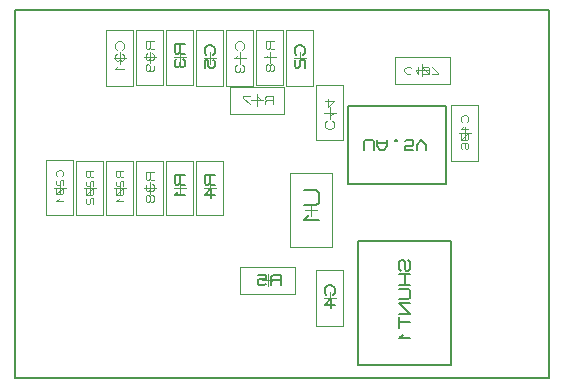
<source format=gbr>
G04 PROTEUS RS274X GERBER FILE*
%FSLAX45Y45*%
%MOMM*%
G01*
%ADD14C,0.203200*%
%ADD41C,0.138850*%
%ADD42C,0.050000*%
%ADD43C,0.095000*%
%ADD44C,0.093000*%
%ADD45C,0.141000*%
%ADD46C,0.116250*%
%ADD47C,0.118750*%
%ADD48C,0.150580*%
%ADD49C,0.208330*%
D14*
X-1016000Y+5019040D02*
X+3512000Y+5019040D01*
X+3512000Y+8128000D01*
X-1016000Y+8128000D01*
X-1016000Y+5019040D01*
X+1803400Y+6659880D02*
X+2636520Y+6659880D01*
X+2636520Y+7320280D01*
X+1803400Y+7320280D01*
X+1803400Y+6659880D01*
D41*
X+1942255Y+6948424D02*
X+1942255Y+7017851D01*
X+1956140Y+7031736D01*
X+2011681Y+7031736D01*
X+2025566Y+7017851D01*
X+2025566Y+6948424D01*
X+2053337Y+7031736D02*
X+2053337Y+6976195D01*
X+2081107Y+6948424D01*
X+2108878Y+6948424D01*
X+2136648Y+6976195D01*
X+2136648Y+7031736D01*
X+2053337Y+7003965D02*
X+2136648Y+7003965D01*
X+2206074Y+7017851D02*
X+2219960Y+7017851D01*
X+2219960Y+7031736D01*
X+2206074Y+7031736D01*
X+2206074Y+7017851D01*
X+2358812Y+6948424D02*
X+2289386Y+6948424D01*
X+2289386Y+6976195D01*
X+2344927Y+6976195D01*
X+2358812Y+6990080D01*
X+2358812Y+7017851D01*
X+2344927Y+7031736D01*
X+2303271Y+7031736D01*
X+2289386Y+7017851D01*
X+2386583Y+6948424D02*
X+2386583Y+6990080D01*
X+2428238Y+7031736D01*
X+2469894Y+6990080D01*
X+2469894Y+6948424D01*
D42*
X+2909000Y+7324000D02*
X+2909000Y+6854000D01*
X+2679000Y+6854000D01*
X+2679000Y+7324000D01*
X+2909000Y+7324000D01*
X+2744000Y+7089000D02*
X+2844000Y+7089000D01*
X+2794000Y+7039000D02*
X+2794000Y+7139000D01*
D43*
X+2813000Y+7184000D02*
X+2822500Y+7193500D01*
X+2822500Y+7222000D01*
X+2803500Y+7241000D01*
X+2784500Y+7241000D01*
X+2765500Y+7222000D01*
X+2765500Y+7193500D01*
X+2775000Y+7184000D01*
X+2784500Y+7146000D02*
X+2765500Y+7127000D01*
X+2822500Y+7127000D01*
X+2813000Y+7089000D02*
X+2775000Y+7089000D01*
X+2765500Y+7079500D01*
X+2765500Y+7041500D01*
X+2775000Y+7032000D01*
X+2813000Y+7032000D01*
X+2822500Y+7041500D01*
X+2822500Y+7079500D01*
X+2813000Y+7089000D01*
X+2822500Y+7089000D02*
X+2765500Y+7032000D01*
X+2775000Y+6956000D02*
X+2765500Y+6965500D01*
X+2765500Y+6994000D01*
X+2775000Y+7003500D01*
X+2813000Y+7003500D01*
X+2822500Y+6994000D01*
X+2822500Y+6965500D01*
X+2813000Y+6956000D01*
X+2803500Y+6956000D01*
X+2794000Y+6965500D01*
X+2794000Y+7003500D01*
D42*
X-12000Y+6852000D02*
X-12000Y+6392000D01*
X-242000Y+6392000D01*
X-242000Y+6852000D01*
X-12000Y+6852000D01*
X-177000Y+6622000D02*
X-77000Y+6622000D01*
X-127000Y+6572000D02*
X-127000Y+6672000D01*
D44*
X-99100Y+6770800D02*
X-154900Y+6770800D01*
X-154900Y+6724300D01*
X-145600Y+6715000D01*
X-136300Y+6715000D01*
X-127000Y+6724300D01*
X-127000Y+6770800D01*
X-127000Y+6724300D02*
X-117700Y+6715000D01*
X-99100Y+6715000D01*
X-145600Y+6687100D02*
X-154900Y+6677800D01*
X-154900Y+6649900D01*
X-145600Y+6640600D01*
X-136300Y+6640600D01*
X-127000Y+6649900D01*
X-127000Y+6677800D01*
X-117700Y+6687100D01*
X-99100Y+6687100D01*
X-99100Y+6640600D01*
X-108400Y+6622000D02*
X-145600Y+6622000D01*
X-154900Y+6612700D01*
X-154900Y+6575500D01*
X-145600Y+6566200D01*
X-108400Y+6566200D01*
X-99100Y+6575500D01*
X-99100Y+6612700D01*
X-108400Y+6622000D01*
X-99100Y+6622000D02*
X-154900Y+6566200D01*
X-136300Y+6529000D02*
X-154900Y+6510400D01*
X-99100Y+6510400D01*
D42*
X-496000Y+6392000D02*
X-496000Y+6852000D01*
X-266000Y+6852000D01*
X-266000Y+6392000D01*
X-496000Y+6392000D01*
X-331000Y+6622000D02*
X-431000Y+6622000D01*
X-381000Y+6672000D02*
X-381000Y+6572000D01*
D44*
X-353100Y+6770800D02*
X-408900Y+6770800D01*
X-408900Y+6724300D01*
X-399600Y+6715000D01*
X-390300Y+6715000D01*
X-381000Y+6724300D01*
X-381000Y+6770800D01*
X-381000Y+6724300D02*
X-371700Y+6715000D01*
X-353100Y+6715000D01*
X-399600Y+6687100D02*
X-408900Y+6677800D01*
X-408900Y+6649900D01*
X-399600Y+6640600D01*
X-390300Y+6640600D01*
X-381000Y+6649900D01*
X-381000Y+6677800D01*
X-371700Y+6687100D01*
X-353100Y+6687100D01*
X-353100Y+6640600D01*
X-362400Y+6622000D02*
X-399600Y+6622000D01*
X-408900Y+6612700D01*
X-408900Y+6575500D01*
X-399600Y+6566200D01*
X-362400Y+6566200D01*
X-353100Y+6575500D01*
X-353100Y+6612700D01*
X-362400Y+6622000D01*
X-353100Y+6622000D02*
X-408900Y+6566200D01*
X-399600Y+6538300D02*
X-408900Y+6529000D01*
X-408900Y+6501100D01*
X-399600Y+6491800D01*
X-390300Y+6491800D01*
X-381000Y+6501100D01*
X-381000Y+6529000D01*
X-371700Y+6538300D01*
X-353100Y+6538300D01*
X-353100Y+6491800D01*
D42*
X-750000Y+6392000D02*
X-750000Y+6862000D01*
X-520000Y+6862000D01*
X-520000Y+6392000D01*
X-750000Y+6392000D01*
X-585000Y+6627000D02*
X-685000Y+6627000D01*
X-635000Y+6677000D02*
X-635000Y+6577000D01*
D43*
X-616000Y+6722000D02*
X-606500Y+6731500D01*
X-606500Y+6760000D01*
X-625500Y+6779000D01*
X-644500Y+6779000D01*
X-663500Y+6760000D01*
X-663500Y+6731500D01*
X-654000Y+6722000D01*
X-654000Y+6693500D02*
X-663500Y+6684000D01*
X-663500Y+6655500D01*
X-654000Y+6646000D01*
X-644500Y+6646000D01*
X-635000Y+6655500D01*
X-635000Y+6684000D01*
X-625500Y+6693500D01*
X-606500Y+6693500D01*
X-606500Y+6646000D01*
X-616000Y+6627000D02*
X-654000Y+6627000D01*
X-663500Y+6617500D01*
X-663500Y+6579500D01*
X-654000Y+6570000D01*
X-616000Y+6570000D01*
X-606500Y+6579500D01*
X-606500Y+6617500D01*
X-616000Y+6627000D01*
X-606500Y+6627000D02*
X-663500Y+6570000D01*
X-644500Y+6532000D02*
X-663500Y+6513000D01*
X-606500Y+6513000D01*
D42*
X+520000Y+6392000D02*
X+520000Y+6852000D01*
X+750000Y+6852000D01*
X+750000Y+6392000D01*
X+520000Y+6392000D01*
X+685000Y+6622000D02*
X+585000Y+6622000D01*
X+635000Y+6672000D02*
X+635000Y+6572000D01*
D45*
X+677300Y+6734800D02*
X+592700Y+6734800D01*
X+592700Y+6664300D01*
X+606800Y+6650200D01*
X+620900Y+6650200D01*
X+635000Y+6664300D01*
X+635000Y+6734800D01*
X+635000Y+6664300D02*
X+649100Y+6650200D01*
X+677300Y+6650200D01*
X+649100Y+6537400D02*
X+649100Y+6622000D01*
X+592700Y+6565600D01*
X+677300Y+6565600D01*
D42*
X+895000Y+5957000D02*
X+1355000Y+5957000D01*
X+1355000Y+5727000D01*
X+895000Y+5727000D01*
X+895000Y+5957000D01*
X+1125000Y+5792000D02*
X+1125000Y+5892000D01*
X+1175000Y+5842000D02*
X+1075000Y+5842000D01*
D45*
X+1237800Y+5799700D02*
X+1237800Y+5884300D01*
X+1167300Y+5884300D01*
X+1153200Y+5870200D01*
X+1153200Y+5856100D01*
X+1167300Y+5842000D01*
X+1237800Y+5842000D01*
X+1167300Y+5842000D02*
X+1153200Y+5827900D01*
X+1153200Y+5799700D01*
X+1040400Y+5884300D02*
X+1110900Y+5884300D01*
X+1110900Y+5856100D01*
X+1054500Y+5856100D01*
X+1040400Y+5842000D01*
X+1040400Y+5813800D01*
X+1054500Y+5799700D01*
X+1096800Y+5799700D01*
X+1110900Y+5813800D01*
D42*
X+242000Y+6852000D02*
X+242000Y+6392000D01*
X+12000Y+6392000D01*
X+12000Y+6852000D01*
X+242000Y+6852000D01*
X+77000Y+6622000D02*
X+177000Y+6622000D01*
X+127000Y+6572000D02*
X+127000Y+6672000D01*
D46*
X+161875Y+6761500D02*
X+92125Y+6761500D01*
X+92125Y+6703375D01*
X+103750Y+6691750D01*
X+115375Y+6691750D01*
X+127000Y+6703375D01*
X+127000Y+6761500D01*
X+127000Y+6703375D02*
X+138625Y+6691750D01*
X+161875Y+6691750D01*
X+103750Y+6656875D02*
X+92125Y+6645250D01*
X+92125Y+6610375D01*
X+103750Y+6598750D01*
X+115375Y+6598750D01*
X+127000Y+6610375D01*
X+138625Y+6598750D01*
X+150250Y+6598750D01*
X+161875Y+6610375D01*
X+161875Y+6645250D01*
X+150250Y+6656875D01*
X+127000Y+6633625D02*
X+127000Y+6610375D01*
X+127000Y+6552250D02*
X+115375Y+6563875D01*
X+103750Y+6563875D01*
X+92125Y+6552250D01*
X+92125Y+6517375D01*
X+103750Y+6505750D01*
X+115375Y+6505750D01*
X+127000Y+6517375D01*
X+127000Y+6552250D01*
X+138625Y+6563875D01*
X+150250Y+6563875D01*
X+161875Y+6552250D01*
X+161875Y+6517375D01*
X+150250Y+6505750D01*
X+138625Y+6505750D01*
X+127000Y+6517375D01*
D42*
X+242000Y+7959000D02*
X+242000Y+7499000D01*
X+12000Y+7499000D01*
X+12000Y+7959000D01*
X+242000Y+7959000D01*
X+77000Y+7729000D02*
X+177000Y+7729000D01*
X+127000Y+7679000D02*
X+127000Y+7779000D01*
D46*
X+161875Y+7868500D02*
X+92125Y+7868500D01*
X+92125Y+7810375D01*
X+103750Y+7798750D01*
X+115375Y+7798750D01*
X+127000Y+7810375D01*
X+127000Y+7868500D01*
X+127000Y+7810375D02*
X+138625Y+7798750D01*
X+161875Y+7798750D01*
X+103750Y+7763875D02*
X+92125Y+7752250D01*
X+92125Y+7717375D01*
X+103750Y+7705750D01*
X+115375Y+7705750D01*
X+127000Y+7717375D01*
X+138625Y+7705750D01*
X+150250Y+7705750D01*
X+161875Y+7717375D01*
X+161875Y+7752250D01*
X+150250Y+7763875D01*
X+127000Y+7740625D02*
X+127000Y+7717375D01*
X+115375Y+7612750D02*
X+127000Y+7624375D01*
X+127000Y+7659250D01*
X+115375Y+7670875D01*
X+103750Y+7670875D01*
X+92125Y+7659250D01*
X+92125Y+7624375D01*
X+103750Y+7612750D01*
X+150250Y+7612750D01*
X+161875Y+7624375D01*
X+161875Y+7659250D01*
D42*
X-12000Y+7959000D02*
X-12000Y+7489000D01*
X-242000Y+7489000D01*
X-242000Y+7959000D01*
X-12000Y+7959000D01*
X-177000Y+7724000D02*
X-77000Y+7724000D01*
X-127000Y+7674000D02*
X-127000Y+7774000D01*
D47*
X-103250Y+7795250D02*
X-91375Y+7807125D01*
X-91375Y+7842750D01*
X-115125Y+7866500D01*
X-138875Y+7866500D01*
X-162625Y+7842750D01*
X-162625Y+7807125D01*
X-150750Y+7795250D01*
X-150750Y+7759625D02*
X-162625Y+7747750D01*
X-162625Y+7712125D01*
X-150750Y+7700250D01*
X-138875Y+7700250D01*
X-127000Y+7712125D01*
X-115125Y+7700250D01*
X-103250Y+7700250D01*
X-91375Y+7712125D01*
X-91375Y+7747750D01*
X-103250Y+7759625D01*
X-127000Y+7735875D02*
X-127000Y+7712125D01*
X-138875Y+7652750D02*
X-162625Y+7629000D01*
X-91375Y+7629000D01*
D42*
X+804000Y+7481000D02*
X+1264000Y+7481000D01*
X+1264000Y+7251000D01*
X+804000Y+7251000D01*
X+804000Y+7481000D01*
X+1034000Y+7316000D02*
X+1034000Y+7416000D01*
X+1084000Y+7366000D02*
X+984000Y+7366000D01*
D46*
X+1173500Y+7331125D02*
X+1173500Y+7400875D01*
X+1115375Y+7400875D01*
X+1103750Y+7389250D01*
X+1103750Y+7377625D01*
X+1115375Y+7366000D01*
X+1173500Y+7366000D01*
X+1115375Y+7366000D02*
X+1103750Y+7354375D01*
X+1103750Y+7331125D01*
X+1057250Y+7377625D02*
X+1034000Y+7400875D01*
X+1034000Y+7331125D01*
X+975875Y+7400875D02*
X+917750Y+7400875D01*
X+917750Y+7389250D01*
X+975875Y+7331125D01*
D42*
X+1258000Y+7959000D02*
X+1258000Y+7499000D01*
X+1028000Y+7499000D01*
X+1028000Y+7959000D01*
X+1258000Y+7959000D01*
X+1093000Y+7729000D02*
X+1193000Y+7729000D01*
X+1143000Y+7679000D02*
X+1143000Y+7779000D01*
D46*
X+1177875Y+7868500D02*
X+1108125Y+7868500D01*
X+1108125Y+7810375D01*
X+1119750Y+7798750D01*
X+1131375Y+7798750D01*
X+1143000Y+7810375D01*
X+1143000Y+7868500D01*
X+1143000Y+7810375D02*
X+1154625Y+7798750D01*
X+1177875Y+7798750D01*
X+1131375Y+7752250D02*
X+1108125Y+7729000D01*
X+1177875Y+7729000D01*
X+1143000Y+7659250D02*
X+1131375Y+7670875D01*
X+1119750Y+7670875D01*
X+1108125Y+7659250D01*
X+1108125Y+7624375D01*
X+1119750Y+7612750D01*
X+1131375Y+7612750D01*
X+1143000Y+7624375D01*
X+1143000Y+7659250D01*
X+1154625Y+7670875D01*
X+1166250Y+7670875D01*
X+1177875Y+7659250D01*
X+1177875Y+7624375D01*
X+1166250Y+7612750D01*
X+1154625Y+7612750D01*
X+1143000Y+7624375D01*
D42*
X+750000Y+7959000D02*
X+750000Y+7489000D01*
X+520000Y+7489000D01*
X+520000Y+7959000D01*
X+750000Y+7959000D01*
X+585000Y+7724000D02*
X+685000Y+7724000D01*
X+635000Y+7674000D02*
X+635000Y+7774000D01*
D45*
X+663200Y+7752200D02*
X+677300Y+7766300D01*
X+677300Y+7808600D01*
X+649100Y+7836800D01*
X+620900Y+7836800D01*
X+592700Y+7808600D01*
X+592700Y+7766300D01*
X+606800Y+7752200D01*
X+592700Y+7639400D02*
X+592700Y+7709900D01*
X+620900Y+7709900D01*
X+620900Y+7653500D01*
X+635000Y+7639400D01*
X+663200Y+7639400D01*
X+677300Y+7653500D01*
X+677300Y+7695800D01*
X+663200Y+7709900D01*
D42*
X+496000Y+6852000D02*
X+496000Y+6392000D01*
X+266000Y+6392000D01*
X+266000Y+6852000D01*
X+496000Y+6852000D01*
X+331000Y+6622000D02*
X+431000Y+6622000D01*
X+381000Y+6572000D02*
X+381000Y+6672000D01*
D45*
X+423300Y+6734800D02*
X+338700Y+6734800D01*
X+338700Y+6664300D01*
X+352800Y+6650200D01*
X+366900Y+6650200D01*
X+381000Y+6664300D01*
X+381000Y+6734800D01*
X+381000Y+6664300D02*
X+395100Y+6650200D01*
X+423300Y+6650200D01*
X+366900Y+6593800D02*
X+338700Y+6565600D01*
X+423300Y+6565600D01*
D42*
X+496000Y+7959000D02*
X+496000Y+7499000D01*
X+266000Y+7499000D01*
X+266000Y+7959000D01*
X+496000Y+7959000D01*
X+331000Y+7729000D02*
X+431000Y+7729000D01*
X+381000Y+7679000D02*
X+381000Y+7779000D01*
D45*
X+423300Y+7841800D02*
X+338700Y+7841800D01*
X+338700Y+7771300D01*
X+352800Y+7757200D01*
X+366900Y+7757200D01*
X+381000Y+7771300D01*
X+381000Y+7841800D01*
X+381000Y+7771300D02*
X+395100Y+7757200D01*
X+423300Y+7757200D01*
X+352800Y+7714900D02*
X+338700Y+7700800D01*
X+338700Y+7658500D01*
X+352800Y+7644400D01*
X+366900Y+7644400D01*
X+381000Y+7658500D01*
X+395100Y+7644400D01*
X+409200Y+7644400D01*
X+423300Y+7658500D01*
X+423300Y+7700800D01*
X+409200Y+7714900D01*
X+381000Y+7686700D02*
X+381000Y+7658500D01*
D14*
X+1894840Y+5124450D02*
X+2677160Y+5124450D01*
X+2677160Y+6178550D01*
X+1894840Y+6178550D01*
X+1894840Y+5124450D01*
D48*
X+2316117Y+6012904D02*
X+2331175Y+5997846D01*
X+2331175Y+5937612D01*
X+2316117Y+5922553D01*
X+2301058Y+5922553D01*
X+2286000Y+5937612D01*
X+2286000Y+5997846D01*
X+2270941Y+6012904D01*
X+2255883Y+6012904D01*
X+2240824Y+5997846D01*
X+2240824Y+5937612D01*
X+2255883Y+5922553D01*
X+2331175Y+5892436D02*
X+2240824Y+5892436D01*
X+2240824Y+5802085D02*
X+2331175Y+5802085D01*
X+2286000Y+5892436D02*
X+2286000Y+5802085D01*
X+2240824Y+5771968D02*
X+2316117Y+5771968D01*
X+2331175Y+5756910D01*
X+2331175Y+5696676D01*
X+2316117Y+5681617D01*
X+2240824Y+5681617D01*
X+2331175Y+5651500D02*
X+2240824Y+5651500D01*
X+2331175Y+5561149D01*
X+2240824Y+5561149D01*
X+2240824Y+5531032D02*
X+2240824Y+5440681D01*
X+2240824Y+5485857D02*
X+2331175Y+5485857D01*
X+2270941Y+5380447D02*
X+2240824Y+5350330D01*
X+2331175Y+5350330D01*
D42*
X+1314500Y+6128000D02*
X+1314500Y+6748000D01*
X+1674500Y+6748000D01*
X+1674500Y+6128000D01*
X+1314500Y+6128000D01*
X+1544500Y+6438000D02*
X+1444500Y+6438000D01*
X+1494500Y+6488000D02*
X+1494500Y+6388000D01*
D49*
X+1432000Y+6604666D02*
X+1536167Y+6604666D01*
X+1557000Y+6583833D01*
X+1557000Y+6500500D01*
X+1536167Y+6479667D01*
X+1432000Y+6479667D01*
X+1473667Y+6396334D02*
X+1432000Y+6354667D01*
X+1557000Y+6354667D01*
D42*
X+1512000Y+7959000D02*
X+1512000Y+7489000D01*
X+1282000Y+7489000D01*
X+1282000Y+7959000D01*
X+1512000Y+7959000D01*
X+1347000Y+7724000D02*
X+1447000Y+7724000D01*
X+1397000Y+7674000D02*
X+1397000Y+7774000D01*
D45*
X+1425200Y+7752200D02*
X+1439300Y+7766300D01*
X+1439300Y+7808600D01*
X+1411100Y+7836800D01*
X+1382900Y+7836800D01*
X+1354700Y+7808600D01*
X+1354700Y+7766300D01*
X+1368800Y+7752200D01*
X+1368800Y+7709900D02*
X+1354700Y+7695800D01*
X+1354700Y+7653500D01*
X+1368800Y+7639400D01*
X+1382900Y+7639400D01*
X+1397000Y+7653500D01*
X+1397000Y+7695800D01*
X+1411100Y+7709900D01*
X+1439300Y+7709900D01*
X+1439300Y+7639400D01*
D42*
X+1766000Y+5927000D02*
X+1766000Y+5457000D01*
X+1536000Y+5457000D01*
X+1536000Y+5927000D01*
X+1766000Y+5927000D01*
X+1601000Y+5692000D02*
X+1701000Y+5692000D01*
X+1651000Y+5642000D02*
X+1651000Y+5742000D01*
D45*
X+1679200Y+5720200D02*
X+1693300Y+5734300D01*
X+1693300Y+5776600D01*
X+1665100Y+5804800D01*
X+1636900Y+5804800D01*
X+1608700Y+5776600D01*
X+1608700Y+5734300D01*
X+1622800Y+5720200D01*
X+1665100Y+5607400D02*
X+1665100Y+5692000D01*
X+1608700Y+5635600D01*
X+1693300Y+5635600D01*
D42*
X+1004000Y+7959000D02*
X+1004000Y+7489000D01*
X+774000Y+7489000D01*
X+774000Y+7959000D01*
X+1004000Y+7959000D01*
X+839000Y+7724000D02*
X+939000Y+7724000D01*
X+889000Y+7674000D02*
X+889000Y+7774000D01*
D47*
X+912750Y+7795250D02*
X+924625Y+7807125D01*
X+924625Y+7842750D01*
X+900875Y+7866500D01*
X+877125Y+7866500D01*
X+853375Y+7842750D01*
X+853375Y+7807125D01*
X+865250Y+7795250D01*
X+877125Y+7747750D02*
X+853375Y+7724000D01*
X+924625Y+7724000D01*
X+865250Y+7664625D02*
X+853375Y+7652750D01*
X+853375Y+7617125D01*
X+865250Y+7605250D01*
X+877125Y+7605250D01*
X+889000Y+7617125D01*
X+900875Y+7605250D01*
X+912750Y+7605250D01*
X+924625Y+7617125D01*
X+924625Y+7652750D01*
X+912750Y+7664625D01*
X+889000Y+7640875D02*
X+889000Y+7617125D01*
D42*
X+1766000Y+7497000D02*
X+1766000Y+7027000D01*
X+1536000Y+7027000D01*
X+1536000Y+7497000D01*
X+1766000Y+7497000D01*
X+1601000Y+7262000D02*
X+1701000Y+7262000D01*
X+1651000Y+7212000D02*
X+1651000Y+7312000D01*
D47*
X+1627250Y+7190750D02*
X+1615375Y+7178875D01*
X+1615375Y+7143250D01*
X+1639125Y+7119500D01*
X+1662875Y+7119500D01*
X+1686625Y+7143250D01*
X+1686625Y+7178875D01*
X+1674750Y+7190750D01*
X+1662875Y+7238250D02*
X+1686625Y+7262000D01*
X+1615375Y+7262000D01*
X+1639125Y+7380750D02*
X+1639125Y+7309500D01*
X+1686625Y+7357000D01*
X+1615375Y+7357000D01*
D42*
X+2671000Y+7505000D02*
X+2201000Y+7505000D01*
X+2201000Y+7735000D01*
X+2671000Y+7735000D01*
X+2671000Y+7505000D01*
X+2436000Y+7670000D02*
X+2436000Y+7570000D01*
X+2386000Y+7620000D02*
X+2486000Y+7620000D01*
D43*
X+2341000Y+7639000D02*
X+2331500Y+7648500D01*
X+2303000Y+7648500D01*
X+2284000Y+7629500D01*
X+2284000Y+7610500D01*
X+2303000Y+7591500D01*
X+2331500Y+7591500D01*
X+2341000Y+7601000D01*
X+2379000Y+7610500D02*
X+2398000Y+7591500D01*
X+2398000Y+7648500D01*
X+2436000Y+7639000D02*
X+2436000Y+7601000D01*
X+2445500Y+7591500D01*
X+2483500Y+7591500D01*
X+2493000Y+7601000D01*
X+2493000Y+7639000D01*
X+2483500Y+7648500D01*
X+2445500Y+7648500D01*
X+2436000Y+7639000D01*
X+2436000Y+7648500D02*
X+2493000Y+7591500D01*
X+2521500Y+7591500D02*
X+2569000Y+7591500D01*
X+2569000Y+7601000D01*
X+2521500Y+7648500D01*
M02*

</source>
